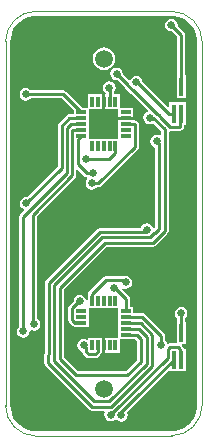
<source format=gbl>
G04 Layer_Physical_Order=2*
G04 Layer_Color=16711680*
%FSLAX24Y24*%
%MOIN*%
G70*
G01*
G75*
%ADD10C,0.0100*%
%ADD15C,0.0040*%
%ADD16C,0.0590*%
%ADD17C,0.0260*%
%ADD18R,0.0500X0.0500*%
%ADD19R,0.0120X0.0340*%
%ADD20R,0.0340X0.0120*%
%ADD21R,0.0150X0.0600*%
G36*
X5546Y13987D02*
X5628Y13983D01*
X5793Y13950D01*
X5944Y13887D01*
X6080Y13796D01*
X6196Y13680D01*
X6287Y13544D01*
X6350Y13393D01*
X6383Y13228D01*
X6387Y13146D01*
Y1004D01*
X6383Y922D01*
X6350Y757D01*
X6287Y606D01*
X6196Y470D01*
X6080Y354D01*
X5944Y263D01*
X5793Y200D01*
X5628Y167D01*
X5546Y163D01*
X994Y163D01*
X913Y167D01*
X750Y199D01*
X601Y261D01*
X466Y351D01*
X351Y466D01*
X261Y601D01*
X200Y750D01*
X167Y913D01*
X163Y994D01*
Y13146D01*
X167Y13228D01*
X200Y13393D01*
X263Y13544D01*
X354Y13680D01*
X470Y13796D01*
X606Y13887D01*
X757Y13950D01*
X922Y13983D01*
X1004Y13987D01*
X5546Y13987D01*
D02*
G37*
%LPC*%
G36*
X680Y11594D02*
X598Y11578D01*
X529Y11531D01*
X482Y11462D01*
X466Y11380D01*
X482Y11298D01*
X529Y11229D01*
X598Y11182D01*
X680Y11166D01*
X762Y11182D01*
X831Y11229D01*
X844Y11247D01*
X1875D01*
X2280Y10843D01*
Y10713D01*
X2111D01*
X2060Y10702D01*
X2017Y10674D01*
X1776Y10433D01*
X1748Y10390D01*
X1737Y10339D01*
Y8995D01*
X707Y7964D01*
X684Y7968D01*
X602Y7952D01*
X533Y7906D01*
X486Y7836D01*
X470Y7754D01*
X486Y7672D01*
X533Y7603D01*
X599Y7559D01*
X606Y7549D01*
X619Y7508D01*
X496Y7386D01*
X468Y7343D01*
X457Y7292D01*
Y3643D01*
X439Y3631D01*
X392Y3561D01*
X376Y3479D01*
X392Y3397D01*
X439Y3328D01*
X508Y3281D01*
X590Y3265D01*
X672Y3281D01*
X741Y3328D01*
X788Y3397D01*
X804Y3479D01*
X801Y3497D01*
X846Y3527D01*
X868Y3512D01*
X950Y3496D01*
X1032Y3512D01*
X1101Y3559D01*
X1148Y3628D01*
X1164Y3710D01*
X1148Y3792D01*
X1101Y3861D01*
X1053Y3894D01*
Y6452D01*
X1043Y6503D01*
Y7303D01*
X2324Y8584D01*
X2352Y8627D01*
X2363Y8678D01*
Y8844D01*
X2409Y8863D01*
X2615Y8656D01*
X2658Y8628D01*
X2709Y8617D01*
X2730Y8570D01*
X2729Y8561D01*
X2682Y8492D01*
X2666Y8410D01*
X2682Y8328D01*
X2729Y8259D01*
X2798Y8212D01*
X2880Y8196D01*
X2962Y8212D01*
X3031Y8259D01*
X3044Y8277D01*
X3083D01*
X3133Y8288D01*
X3176Y8316D01*
X4404Y9544D01*
X4432Y9587D01*
X4443Y9637D01*
Y10380D01*
X4432Y10431D01*
X4404Y10474D01*
X4361Y10502D01*
X4310Y10513D01*
X4260D01*
Y10530D01*
X3760D01*
Y10250D01*
Y9900D01*
X2780D01*
Y10450D01*
Y10880D01*
X3210D01*
Y11380D01*
X2740D01*
Y10920D01*
X2577D01*
X2024Y11474D01*
X1981Y11502D01*
X1930Y11513D01*
X844D01*
X831Y11531D01*
X762Y11578D01*
X680Y11594D01*
D02*
G37*
G36*
X3210Y3270D02*
X2740D01*
Y3234D01*
X2699Y3207D01*
X2690Y3208D01*
X2610Y3224D01*
X2528Y3208D01*
X2459Y3161D01*
X2412Y3092D01*
X2396Y3010D01*
X2412Y2928D01*
X2459Y2859D01*
X2528Y2812D01*
X2557Y2806D01*
Y2796D01*
X2568Y2745D01*
X2596Y2702D01*
X2672Y2626D01*
X2715Y2598D01*
X2766Y2587D01*
X2994D01*
X3045Y2598D01*
X3088Y2626D01*
X3164Y2702D01*
X3192Y2745D01*
X3197Y2770D01*
X3210D01*
Y3270D01*
D02*
G37*
G36*
X3700Y12274D02*
X3618Y12258D01*
X3549Y12211D01*
X3502Y12142D01*
X3486Y12060D01*
X3502Y11978D01*
X3549Y11909D01*
X3618Y11862D01*
X3700Y11846D01*
X3734Y11853D01*
X3972Y11614D01*
X3996Y11579D01*
X4149Y11426D01*
X4192Y11398D01*
X4193Y11397D01*
X4744Y10846D01*
X4732Y10806D01*
X4724Y10795D01*
X4659Y10751D01*
X4612Y10682D01*
X4596Y10600D01*
X4612Y10518D01*
X4659Y10449D01*
X4728Y10402D01*
X4810Y10386D01*
X4892Y10402D01*
X4915Y10417D01*
X5167Y10165D01*
Y10030D01*
X5130Y10011D01*
X5117Y10009D01*
X5040Y10024D01*
X4958Y10008D01*
X4889Y9961D01*
X4842Y9892D01*
X4826Y9810D01*
X4842Y9728D01*
X4889Y9659D01*
X4958Y9612D01*
X4987Y9606D01*
Y6961D01*
X4956Y6935D01*
X4908Y6951D01*
X4908Y6952D01*
X4861Y7021D01*
X4792Y7068D01*
X4710Y7084D01*
X4628Y7068D01*
X4559Y7021D01*
X4512Y6952D01*
X4508Y6933D01*
X3160D01*
X3109Y6922D01*
X3066Y6894D01*
X1356Y5184D01*
X1328Y5141D01*
X1317Y5090D01*
Y2758D01*
X1308Y2743D01*
X1297Y2692D01*
Y2420D01*
X1308Y2370D01*
X1336Y2327D01*
X2792Y871D01*
X2835Y843D01*
X2885Y832D01*
X3293D01*
X3316Y788D01*
X3312Y782D01*
X3296Y700D01*
X3312Y618D01*
X3359Y549D01*
X3428Y502D01*
X3510Y486D01*
X3592Y502D01*
X3643Y536D01*
X3706Y532D01*
X3709Y529D01*
X3778Y482D01*
X3860Y466D01*
X3942Y482D01*
X4011Y529D01*
X4058Y598D01*
X4074Y680D01*
X4058Y762D01*
X4040Y788D01*
X4374Y1122D01*
X4379Y1123D01*
X4422Y1152D01*
X5423Y2153D01*
X5450Y2142D01*
Y2142D01*
X6010D01*
Y2902D01*
X5937D01*
X5932Y2927D01*
X5904Y2970D01*
X5877Y2996D01*
X5897Y3042D01*
X6010D01*
Y3802D01*
X5988D01*
Y3919D01*
X6001Y3929D01*
X6048Y3998D01*
X6064Y4080D01*
X6048Y4162D01*
X6001Y4231D01*
X5932Y4278D01*
X5850Y4294D01*
X5768Y4278D01*
X5699Y4231D01*
X5652Y4162D01*
X5636Y4080D01*
X5652Y3998D01*
X5699Y3929D01*
X5722Y3913D01*
Y3802D01*
X5700D01*
Y3085D01*
X5476D01*
X5425Y3074D01*
X5384Y3092D01*
X5378Y3122D01*
X5331Y3191D01*
X5313Y3204D01*
Y3324D01*
X5302Y3374D01*
X5274Y3417D01*
X4637Y4054D01*
X4594Y4082D01*
X4544Y4093D01*
X4260D01*
Y4290D01*
X4143D01*
Y4564D01*
X4132Y4615D01*
X4104Y4658D01*
X3874Y4888D01*
X3876Y4896D01*
X3927Y4922D01*
X4009Y4906D01*
X4091Y4922D01*
X4160Y4969D01*
X4206Y5038D01*
X4223Y5120D01*
X4206Y5202D01*
X4160Y5271D01*
X4091Y5318D01*
X4009Y5334D01*
X3927Y5318D01*
X3924Y5316D01*
X3340D01*
X3289Y5306D01*
X3246Y5277D01*
X2786Y4818D01*
X2758Y4775D01*
X2753Y4750D01*
X2740D01*
Y4563D01*
X2735Y4515D01*
X2735Y4515D01*
Y4515D01*
X2690Y4511D01*
X2689Y4517D01*
X2678Y4572D01*
X2631Y4641D01*
X2562Y4688D01*
X2480Y4704D01*
X2398Y4688D01*
X2329Y4641D01*
X2282Y4572D01*
X2267Y4494D01*
X2136Y4364D01*
X2108Y4321D01*
X2097Y4270D01*
Y3846D01*
X2108Y3795D01*
X2136Y3752D01*
X2212Y3676D01*
X2255Y3648D01*
X2280Y3643D01*
Y3620D01*
X2780D01*
Y3820D01*
Y4250D01*
X3760D01*
Y4010D01*
Y3620D01*
Y3270D01*
X3330D01*
Y2770D01*
X3800D01*
Y3230D01*
X4260D01*
Y3237D01*
X4315D01*
X4387Y3165D01*
Y2528D01*
X4002Y2143D01*
X2415D01*
X1943Y2615D01*
Y4886D01*
X3354Y6297D01*
X4905D01*
X4955Y6308D01*
X4998Y6336D01*
X5394Y6732D01*
X5422Y6775D01*
X5433Y6825D01*
Y10135D01*
X5471Y10166D01*
X5476Y10165D01*
X5810D01*
X5861Y10176D01*
X5904Y10204D01*
X5932Y10247D01*
X5943Y10298D01*
Y10348D01*
X6010D01*
Y11108D01*
X5450D01*
Y10963D01*
X5404Y10944D01*
X4563Y11784D01*
X4548Y11862D01*
X4501Y11931D01*
X4432Y11978D01*
X4350Y11994D01*
X4268Y11978D01*
X4199Y11931D01*
X4159Y11873D01*
X4104Y11857D01*
X3912Y12050D01*
X3914Y12060D01*
X3898Y12142D01*
X3851Y12211D01*
X3782Y12258D01*
X3700Y12274D01*
D02*
G37*
G36*
X3280Y12948D02*
X3182Y12935D01*
X3091Y12898D01*
X3013Y12837D01*
X2952Y12759D01*
X2915Y12668D01*
X2902Y12570D01*
X2915Y12472D01*
X2952Y12381D01*
X3013Y12303D01*
X3091Y12242D01*
X3182Y12205D01*
X3280Y12192D01*
X3378Y12205D01*
X3469Y12242D01*
X3547Y12303D01*
X3608Y12381D01*
X3645Y12472D01*
X3658Y12570D01*
X3645Y12668D01*
X3608Y12759D01*
X3547Y12837D01*
X3469Y12898D01*
X3378Y12935D01*
X3280Y12948D01*
D02*
G37*
G36*
X5520Y13904D02*
X5438Y13888D01*
X5369Y13841D01*
X5322Y13772D01*
X5306Y13690D01*
X5322Y13608D01*
X5369Y13539D01*
X5438Y13492D01*
X5520Y13476D01*
X5542Y13480D01*
X5722Y13300D01*
Y12008D01*
X5700D01*
Y11248D01*
X6010D01*
Y12008D01*
X5988D01*
Y13355D01*
X5977Y13406D01*
X5949Y13449D01*
X5730Y13668D01*
X5734Y13690D01*
X5718Y13772D01*
X5671Y13841D01*
X5602Y13888D01*
X5520Y13904D01*
D02*
G37*
G36*
X3460Y11814D02*
X3378Y11798D01*
X3309Y11751D01*
X3262Y11682D01*
X3246Y11600D01*
X3262Y11518D01*
X3309Y11449D01*
X3337Y11429D01*
Y11380D01*
X3330D01*
Y10880D01*
X3760D01*
Y10640D01*
X4260D01*
Y10920D01*
X3800D01*
Y11380D01*
X3603D01*
Y11443D01*
X3611Y11449D01*
X3658Y11518D01*
X3674Y11600D01*
X3658Y11682D01*
X3611Y11751D01*
X3542Y11798D01*
X3460Y11814D01*
D02*
G37*
%LPD*%
D10*
X5520Y13690D02*
X5855Y13355D01*
Y11628D02*
Y13355D01*
X4242Y11520D02*
X4258D01*
X5037Y10741D02*
Y10741D01*
X4258Y11520D02*
X5037Y10741D01*
X5100Y10675D02*
X5190Y10584D01*
X5100Y10675D02*
Y10675D01*
X5070Y10704D02*
X5100Y10675D01*
X5070Y10704D02*
Y10708D01*
X5037Y10741D02*
X5070Y10708D01*
X5190Y10584D02*
X5190D01*
X4920Y10600D02*
X5300Y10220D01*
X4810Y10600D02*
X4920D01*
X1450Y5090D02*
X3160Y6800D01*
X1450Y2712D02*
Y5090D01*
X1630Y5015D02*
X3225Y6610D01*
X1630Y2638D02*
Y5015D01*
X1810Y4941D02*
X3299Y6430D01*
X1810Y2563D02*
Y4941D01*
X3160Y6800D02*
X4640D01*
X4710Y6870D01*
X5040Y9810D02*
X5120Y9730D01*
X5300Y6825D02*
Y10220D01*
X5120Y6900D02*
Y9730D01*
X4970Y6750D02*
X5120Y6900D01*
X4958Y6750D02*
X4970D01*
X4905Y6430D02*
X5300Y6825D01*
X4499Y3750D02*
X4880Y3369D01*
Y2324D02*
Y3369D01*
X3521Y965D02*
X4880Y2324D01*
X4642Y3352D02*
Y3352D01*
Y3352D02*
X4700Y3295D01*
X4642Y3352D02*
X4642D01*
X4435Y3560D02*
X4642Y3352D01*
X3446Y1145D02*
X4700Y2399D01*
Y3295D01*
X4370Y3370D02*
X4520Y3220D01*
Y2474D02*
Y3220D01*
X4056Y2010D02*
X4520Y2474D01*
X4544Y3960D02*
X5180Y3324D01*
Y3040D02*
Y3324D01*
X2360Y2010D02*
X4056D01*
X5400Y2590D02*
Y2876D01*
X3595Y785D02*
X5400Y2590D01*
X4350Y11810D02*
X5432Y10728D01*
X4328Y1245D02*
X5605Y2522D01*
X4310Y1245D02*
X4328D01*
X4310Y9637D02*
Y10380D01*
X3083Y8410D02*
X4310Y9637D01*
X2880Y8410D02*
X3083D01*
X590Y7292D02*
X2050Y8752D01*
X590Y3479D02*
Y7292D01*
X2050Y8752D02*
Y10265D01*
X840Y3710D02*
X920Y3790D01*
X2230Y8678D02*
Y10190D01*
X910Y7358D02*
X2230Y8678D01*
X910Y6462D02*
Y7358D01*
Y6462D02*
X920Y6452D01*
Y3790D02*
Y6452D01*
X1808Y2562D02*
X2360Y2010D01*
X1808Y2562D02*
X1808D01*
X1808D02*
X1810Y2563D01*
X1610Y2618D02*
X1630Y2638D01*
X1610Y2505D02*
Y2618D01*
X1430Y2692D02*
X1450Y2712D01*
X1430Y2420D02*
Y2692D01*
X840Y3710D02*
X950D01*
X3070Y2796D02*
Y3020D01*
X2994Y2720D02*
X3070Y2796D01*
X2766Y2720D02*
X2994D01*
X2690Y2796D02*
X2766Y2720D01*
X3299Y6430D02*
X4905D01*
X4818Y6610D02*
X4958Y6750D01*
X3225Y6610D02*
X4818D01*
X2610Y3010D02*
X2620D01*
X2690Y2940D01*
Y2796D02*
Y2940D01*
X2885Y965D02*
X3521D01*
X1430Y2420D02*
X2885Y965D01*
X2960Y1145D02*
X3446D01*
X2960D02*
Y1164D01*
X2294Y1830D02*
X2960Y1164D01*
X2285Y1830D02*
X2294D01*
X1610Y2505D02*
X2285Y1830D01*
X3860Y795D02*
X4310Y1245D01*
X3860Y680D02*
Y795D01*
X3521Y785D02*
X3595D01*
X3510Y774D02*
X3521Y785D01*
X3510Y700D02*
Y774D01*
X2880Y4500D02*
Y4724D01*
X3340Y5184D01*
X3945D01*
X4009Y5120D01*
X4010Y4150D02*
Y4564D01*
X3650Y4924D02*
X4010Y4564D01*
X3630Y4924D02*
X3650D01*
X5190Y10584D02*
X5476Y10298D01*
X3660Y9426D02*
Y9650D01*
X3444Y9210D02*
X3660Y9426D01*
X2690Y9210D02*
X3444D01*
X2410Y9049D02*
Y9880D01*
X1870Y8940D02*
Y10339D01*
X684Y7754D02*
X1870Y8940D01*
X2410Y9049D02*
X2709Y8750D01*
X2900D01*
X2050Y10265D02*
X2165Y10380D01*
X1870Y10339D02*
X2111Y10580D01*
X2410Y9880D02*
X2530Y10000D01*
X4010Y10380D02*
Y10390D01*
Y10380D02*
X4310D01*
X2450Y4490D02*
X2480D01*
X2230Y4270D02*
X2450Y4490D01*
X2230Y3846D02*
Y4270D01*
Y3846D02*
X2306Y3770D01*
X2520D01*
X2530Y3760D01*
X3460Y11600D02*
X3470Y11590D01*
Y11130D02*
Y11590D01*
X3700Y12060D02*
X3714D01*
X4090Y11684D01*
Y11672D02*
Y11684D01*
Y11672D02*
X4242Y11520D01*
X5476Y10298D02*
X5810D01*
Y10683D01*
X5855Y10728D01*
X5432D02*
X5605D01*
X4350Y11780D02*
Y11810D01*
X5400Y2876D02*
X5476Y2952D01*
X5734D01*
X5810Y2522D02*
X5855D01*
X5810D02*
Y2876D01*
X5734Y2952D02*
X5810Y2876D01*
X5850Y4080D02*
X5855Y4075D01*
Y3422D02*
Y4075D01*
X4010Y3960D02*
X4544D01*
X4010Y3760D02*
X4020Y3750D01*
X4499D01*
X4010Y3560D02*
X4435D01*
X4010Y3370D02*
X4370D01*
X2230Y10190D02*
X2530D01*
X1930Y11380D02*
X2530Y10780D01*
X680Y11380D02*
X1930D01*
X2530Y10580D02*
Y10590D01*
X2111Y10580D02*
X2530D01*
Y10380D02*
Y10390D01*
X2165Y10380D02*
X2530D01*
D15*
X288Y13845D02*
G03*
X0Y13150I695J-695D01*
G01*
X1012Y14150D02*
G03*
X296Y13854I0J-1012D01*
G01*
X6262Y13845D02*
G03*
X5527Y14150I-735J-735D01*
G01*
X6550Y13150D02*
G03*
X6262Y13845I-984J0D01*
G01*
X6254Y296D02*
G03*
X6550Y1012I-715J715D01*
G01*
X5538Y0D02*
G03*
X6254Y296I0J1012D01*
G01*
X301Y285D02*
G03*
X990Y0I689J689D01*
G01*
X0Y1001D02*
G03*
X293Y293I1001J0D01*
G01*
X0Y2060D02*
Y13150D01*
X288Y13845D02*
X296Y13854D01*
X1012Y14150D02*
X5527D01*
X6550Y1012D02*
Y13150D01*
X990Y0D02*
X5538D01*
X293Y293D02*
X301Y285D01*
X0Y1001D02*
Y2060D01*
D16*
X3270Y1570D02*
D03*
X3280Y12570D02*
D03*
D17*
X4810Y10600D02*
D03*
X5040Y9810D02*
D03*
X5570Y7450D02*
D03*
X1190Y2820D02*
D03*
X950Y3710D02*
D03*
X590Y3479D02*
D03*
X5680Y450D02*
D03*
X3270Y2450D02*
D03*
X2610Y3010D02*
D03*
X3860Y680D02*
D03*
X3510Y700D02*
D03*
X4009Y5120D02*
D03*
X3630Y4924D02*
D03*
X3550Y7500D02*
D03*
X2690Y9210D02*
D03*
X2900Y8750D02*
D03*
X2880Y8410D02*
D03*
X2480Y4490D02*
D03*
X3120Y11600D02*
D03*
X3460D02*
D03*
X3700Y12060D02*
D03*
X5346Y11286D02*
D03*
X4350Y11780D02*
D03*
X5180Y3040D02*
D03*
X5850Y4080D02*
D03*
X5520Y13690D02*
D03*
X853Y13697D02*
D03*
X1180Y10360D02*
D03*
X1170Y6570D02*
D03*
X5360Y3830D02*
D03*
X4710Y6870D02*
D03*
X680Y11380D02*
D03*
X684Y7754D02*
D03*
D18*
X3270Y3760D02*
D03*
Y10390D02*
D03*
D19*
X3660Y4500D02*
D03*
X3470D02*
D03*
X3270D02*
D03*
X3070D02*
D03*
X2880D02*
D03*
Y3020D02*
D03*
X3070D02*
D03*
X3270D02*
D03*
X3470D02*
D03*
X3660D02*
D03*
X2880Y9650D02*
D03*
X3070D02*
D03*
X3270D02*
D03*
X3470D02*
D03*
X3660D02*
D03*
Y11130D02*
D03*
X3470D02*
D03*
X3270D02*
D03*
X3070D02*
D03*
X2880D02*
D03*
D20*
X2530Y4150D02*
D03*
Y3960D02*
D03*
Y3760D02*
D03*
Y3560D02*
D03*
Y3370D02*
D03*
X4010D02*
D03*
Y3560D02*
D03*
Y3760D02*
D03*
Y3960D02*
D03*
Y4150D02*
D03*
Y10000D02*
D03*
Y10190D02*
D03*
Y10390D02*
D03*
Y10590D02*
D03*
Y10780D02*
D03*
X2530D02*
D03*
Y10590D02*
D03*
Y10390D02*
D03*
Y10190D02*
D03*
Y10000D02*
D03*
D21*
X5605Y3422D02*
D03*
X5855D02*
D03*
Y2522D02*
D03*
X5605D02*
D03*
Y11628D02*
D03*
X5855D02*
D03*
Y10728D02*
D03*
X5605D02*
D03*
M02*

</source>
